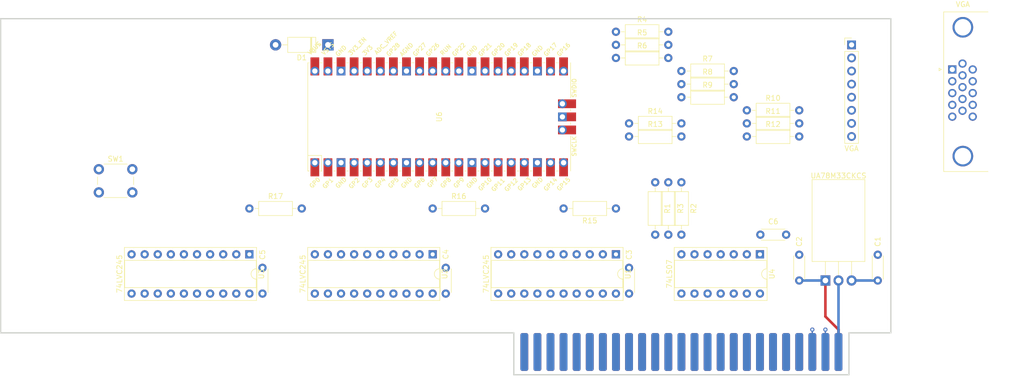
<source format=kicad_pcb>
(kicad_pcb (version 20211014) (generator pcbnew)
  (title_block (title "Apple II VGA Card") (date "2021-12-13") (rev "A") (comment 1 "Licensed under CERN-OHL-P V2.0 (https://ohwr.org/cern_ohl_p_v2.txt)") (comment 2 "Copyright (c) 2021-2022 Mark Aikens"))
  (layers (0 "F.Cu" signal) (31 "B.Cu" signal) (35 "F.Paste" user) (37 "F.SilkS" user "F.Silkscreen") (38 "B.Mask" user) (39 "F.Mask" user) (44 "Edge.Cuts" user))
  (net 0 "")
  (net 1 "+5V")
  (net 2 "GND")
  (net 3 "+3.3V")
  (net 4 "~{DMAPASS}")
  (net 5 "~{INTPASS}")
  (net 6 "Net-(R2-Pad2)")
  (net 7 "/DA0")
  (net 8 "/DA1")
  (net 9 "/DA2")
  (net 10 "/DA3")
  (net 11 "/DA4")
  (net 12 "/DA5")
  (net 13 "/DA6")
  (net 14 "/DA7")
  (net 15 "Net-(U3-Pad1)")
  (net 22 "PHI0")
  (net 23 "R~{W}")
  (net 24 "VGA_VSYNC")
  (net 25 "VGA_HSYNC")
  (net 26 "VGA_B")
  (net 27 "VGA_G")
  (net 28 "VGA_R")
  (net 29 "Net-(R4-Pad1)")
  (net 30 "Net-(R5-Pad1)")
  (net 31 "Net-(R6-Pad1)")
  (net 32 "Net-(R7-Pad1)")
  (net 33 "Net-(R8-Pad1)")
  (net 34 "Net-(R9-Pad1)")
  (net 35 "Net-(R10-Pad1)")
  (net 36 "Net-(R11-Pad1)")
  (net 37 "Net-(R12-Pad1)")
  (net 38 "Net-(R13-Pad1)")
  (net 39 "RUN")
  (net 40 "Net-(D1-Pad1)")
  (net 41 "D0")
  (net 42 "D1")
  (net 43 "D2")
  (net 44 "D3")
  (net 45 "D4")
  (net 46 "D5")
  (net 47 "D6")
  (net 48 "D7")
  (net 49 "A15")
  (net 50 "A14")
  (net 51 "A13")
  (net 52 "A12")
  (net 53 "A11")
  (net 54 "A10")
  (net 55 "A9")
  (net 56 "A8")
  (net 57 "A7")
  (net 58 "A6")
  (net 59 "A5")
  (net 60 "A4")
  (net 61 "A3")
  (net 62 "A2")
  (net 63 "A1")
  (net 64 "A0")
  (net 65 "~{DEVSEL}")
  (net 66 "Net-(R14-Pad1)")
  (net 67 "Net-(R1-Pad2)")
  (net 68 "Net-(R3-Pad2)")
  (net 69 "Net-(R15-Pad2)")
  (net 70 "Net-(R16-Pad2)")
  (net 71 "Net-(R17-Pad2)")
  (footprint "AppleVGA:AppleIIBus_Edge" (layer "F.Cu") (at 179.07 123.19)
    (fp_text reference "J1")
    (fp_text value "AppleIIBus")
    (pad "1" smd roundrect locked (at -30.48 -0.1 180) (size 1.524 7.34) (layers "F.Cu" "F.Mask"))
    (pad "2" smd roundrect locked (at -27.94 -0.1 180) (size 1.524 7.34) (layers "F.Cu" "F.Mask") (net 64 "A0"))
    (pad "3" smd roundrect locked (at -25.4 -0.1 180) (size 1.524 7.34) (layers "F.Cu" "F.Mask") (net 63 "A1"))
    (pad "4" smd roundrect locked (at -22.86 -0.1 180) (size 1.524 7.34) (layers "F.Cu" "F.Mask") (net 62 "A2"))
    (pad "5" smd roundrect locked (at -20.32 -0.1 180) (size 1.524 7.34) (layers "F.Cu" "F.Mask") (net 61 "A3"))
    (pad "6" smd roundrect locked (at -17.78 -0.1 180) (size 1.524 7.34) (layers "F.Cu" "F.Mask") (net 60 "A4"))
    (pad "7" smd roundrect locked (at -15.24 -0.1 180) (size 1.524 7.34) (layers "F.Cu" "F.Mask") (net 59 "A5"))
    (pad "8" smd roundrect locked (at -12.7 -0.1 180) (size 1.524 7.34) (layers "F.Cu" "F.Mask") (net 58 "A6"))
    (pad "9" smd roundrect locked (at -10.16 -0.1 180) (size 1.524 7.34) (layers "F.Cu" "F.Mask") (net 57 "A7"))
    (pad "10" smd roundrect locked (at -7.62 -0.1 180) (size 1.524 7.34) (layers "F.Cu" "F.Mask") (net 56 "A8"))
    (pad "11" smd roundrect locked (at -5.08 -0.1 180) (size 1.524 7.34) (layers "F.Cu" "F.Mask") (net 55 "A9"))
    (pad "12" smd roundrect locked (at -2.54 -0.1 180) (size 1.524 7.34) (layers "F.Cu" "F.Mask") (net 54 "A10"))
    (pad "13" smd roundrect locked (at 0 -0.1 180) (size 1.524 7.34) (layers "F.Cu" "F.Mask") (net 53 "A11"))
    (pad "14" smd roundrect locked (at 2.54 -0.1 180) (size 1.524 7.34) (layers "F.Cu" "F.Mask") (net 52 "A12"))
    (pad "15" smd roundrect locked (at 5.08 -0.1 180) (size 1.524 7.34) (layers "F.Cu" "F.Mask") (net 51 "A13"))
    (pad "16" smd roundrect locked (at 7.62 -0.1 180) (size 1.524 7.34) (layers "F.Cu" "F.Mask") (net 50 "A14"))
    (pad "17" smd roundrect locked (at 10.16 -0.1 180) (size 1.524 7.34) (layers "F.Cu" "F.Mask") (net 49 "A15"))
    (pad "18" smd roundrect locked (at 12.7 -0.1 180) (size 1.524 7.34) (layers "F.Cu" "F.Mask") (net 23 "R~{W}"))
    (pad "19" smd roundrect locked (at 15.24 -0.1 180) (size 1.524 7.34) (layers "F.Cu" "F.Mask"))
    (pad "20" smd roundrect locked (at 17.78 -0.1 180) (size 1.524 7.34) (layers "F.Cu" "F.Mask"))
    (pad "21" smd roundrect locked (at 20.32 -0.1 180) (size 1.524 7.34) (layers "F.Cu" "F.Mask"))
    (pad "22" smd roundrect locked (at 22.86 -0.1 180) (size 1.524 7.34) (layers "F.Cu" "F.Mask"))
    (pad "23" smd roundrect locked (at 25.4 -0.1 180) (size 1.524 7.34) (layers "F.Cu" "F.Mask") (net 5 "~{INTPASS}"))
    (pad "24" smd roundrect locked (at 27.94 -0.1 180) (size 1.524 7.34) (layers "F.Cu" "F.Mask") (net 4 "~{DMAPASS}"))
    (pad "25" smd roundrect locked (at 30.48 -0.1 180) (size 1.524 7.34) (layers "F.Cu" "F.Mask") (net 1 "+5V"))
    (pad "26" smd roundrect locked (at 30.48 -0.1 180) (size 1.524 7.34) (layers "B.Cu" "B.Mask") (net 2 "GND"))
    (pad "27" smd roundrect locked (at 27.94 -0.1 180) (size 1.524 7.34) (layers "B.Cu" "B.Mask") (net 4 "~{DMAPASS}"))
    (pad "28" smd roundrect locked (at 25.4 -0.1 180) (size 1.524 7.34) (layers "B.Cu" "B.Mask") (net 5 "~{INTPASS}"))
    (pad "29" smd roundrect locked (at 22.86 -0.1 180) (size 1.524 7.34) (layers "B.Cu" "B.Mask"))
    (pad "30" smd roundrect locked (at 20.32 -0.1 180) (size 1.524 7.34) (layers "B.Cu" "B.Mask"))
    (pad "31" smd roundrect locked (at 17.78 -0.1 180) (size 1.524 7.34) (layers "B.Cu" "B.Mask"))
    (pad "32" smd roundrect locked (at 15.24 -0.1 180) (size 1.524 7.34) (layers "B.Cu" "B.Mask"))
    (pad "33" smd roundrect locked (at 12.7 -0.1 180) (size 1.524 7.34) (layers "B.Cu" "B.Mask"))
    (pad "34" smd roundrect locked (at 10.16 -0.1 180) (size 1.524 7.34) (layers "B.Cu" "B.Mask"))
    (pad "35" smd roundrect locked (at 7.62 -0.1 180) (size 1.524 7.34) (layers "B.Cu" "B.Mask"))
    (pad "36" smd roundrect locked (at 5.08 -0.1 180) (size 1.524 7.34) (layers "B.Cu" "B.Mask"))
    (pad "37" smd roundrect locked (at 2.54 -0.1 180) (size 1.524 7.34) (layers "B.Cu" "B.Mask"))
    (pad "38" smd roundrect locked (at 0 -0.1 180) (size 1.524 7.34) (layers "B.Cu" "B.Mask"))
    (pad "39" smd roundrect locked (at -2.54 -0.1 180) (size 1.524 7.34) (layers "B.Cu" "B.Mask"))
    (pad "40" smd roundrect locked (at -5.08 -0.1 180) (size 1.524 7.34) (layers "B.Cu" "B.Mask") (net 22 "PHI0"))
    (pad "41" smd roundrect locked (at -7.62 -0.1 180) (size 1.524 7.34) (layers "B.Cu" "B.Mask") (net 65 "~{DEVSEL}"))
    (pad "42" smd roundrect locked (at -10.16 -0.1 180) (size 1.524 7.34) (layers "B.Cu" "B.Mask") (net 48 "D7"))
    (pad "43" smd roundrect locked (at -12.7 -0.1 180) (size 1.524 7.34) (layers "B.Cu" "B.Mask") (net 47 "D6"))
    (pad "44" smd roundrect locked (at -15.24 -0.1 180) (size 1.524 7.34) (layers "B.Cu" "B.Mask") (net 46 "D5"))
    (pad "45" smd roundrect locked (at -17.78 -0.1 180) (size 1.524 7.34) (layers "B.Cu" "B.Mask") (net 45 "D4"))
    (pad "46" smd roundrect locked (at -20.32 -0.1 180) (size 1.524 7.34) (layers "B.Cu" "B.Mask") (net 44 "D3"))
    (pad "47" smd roundrect locked (at -22.86 -0.1 180) (size 1.524 7.34) (layers "B.Cu" "B.Mask") (net 43 "D2"))
    (pad "48" smd roundrect locked (at -25.4 -0.1 180) (size 1.524 7.34) (layers "B.Cu" "B.Mask") (net 42 "D1"))
    (pad "49" smd roundrect locked (at -27.94 -0.1 180) (size 1.524 7.34) (layers "B.Cu" "B.Mask") (net 41 "D0"))
    (pad "50" smd roundrect locked (at -30.48 -0.1 180) (size 1.524 7.34) (layers "B.Cu" "B.Mask"))
  )
  (footprint "Resistor_THT:R_Axial_DIN0207_L6.3mm_D2.5mm_P10.16mm_Horizontal" (layer "F.Cu") (at 179.07 90.17 -90)
    (fp_text reference "R2" (at 5.08 -2.37 90) (layer "F.SilkS"))
    (fp_text value "330")
    (pad "1" thru_hole circle locked (at 0 0 270) (size 1.6 1.6) (drill 0.8) (layers *.Cu *.Mask) (net 3 "+3.3V"))
    (pad "2" thru_hole oval locked (at 10.16 0 270) (size 1.6 1.6) (drill 0.8) (layers *.Cu *.Mask) (net 6 "Net-(R2-Pad2)"))
  )
  (footprint "Resistor_THT:R_Axial_DIN0207_L6.3mm_D2.5mm_P10.16mm_Horizontal" (layer "F.Cu") (at 173.99 90.17 -90)
    (fp_text reference "R1" (at 5.08 -2.37 90) (layer "F.SilkS"))
    (fp_text value "330")
    (pad "1" thru_hole circle locked (at 0 0 270) (size 1.6 1.6) (drill 0.8) (layers *.Cu *.Mask) (net 3 "+3.3V"))
    (pad "2" thru_hole oval locked (at 10.16 0 270) (size 1.6 1.6) (drill 0.8) (layers *.Cu *.Mask) (net 67 "Net-(R1-Pad2)"))
  )
  (footprint "Resistor_THT:R_Axial_DIN0207_L6.3mm_D2.5mm_P10.16mm_Horizontal" (layer "F.Cu") (at 166.37 66.04)
    (fp_text reference "R6" (at 5.08 -2.37) (layer "F.SilkS"))
    (fp_text value "2K")
    (pad "1" thru_hole circle locked (at 0 0) (size 1.6 1.6) (drill 0.8) (layers *.Cu *.Mask) (net 31 "Net-(R6-Pad1)"))
    (pad "2" thru_hole oval locked (at 10.16 0) (size 1.6 1.6) (drill 0.8) (layers *.Cu *.Mask) (net 28 "VGA_R"))
  )
  (footprint "Resistor_THT:R_Axial_DIN0207_L6.3mm_D2.5mm_P10.16mm_Horizontal" (layer "F.Cu") (at 179.07 68.58)
    (fp_text reference "R7" (at 5.08 -2.37) (layer "F.SilkS"))
    (fp_text value "500")
    (pad "1" thru_hole circle locked (at 0 0) (size 1.6 1.6) (drill 0.8) (layers *.Cu *.Mask) (net 32 "Net-(R7-Pad1)"))
    (pad "2" thru_hole oval locked (at 10.16 0) (size 1.6 1.6) (drill 0.8) (layers *.Cu *.Mask) (net 27 "VGA_G"))
  )
  (footprint "Resistor_THT:R_Axial_DIN0207_L6.3mm_D2.5mm_P10.16mm_Horizontal" (layer "F.Cu") (at 168.91 78.74)
    (fp_text reference "R14" (at 5.08 -2.37) (layer "F.SilkS"))
    (fp_text value "47")
    (pad "1" thru_hole circle locked (at 0 0) (size 1.6 1.6) (drill 0.8) (layers *.Cu *.Mask) (net 66 "Net-(R14-Pad1)"))
    (pad "2" thru_hole oval locked (at 10.16 0) (size 1.6 1.6) (drill 0.8) (layers *.Cu *.Mask) (net 24 "VGA_VSYNC"))
  )
  (footprint "Resistor_THT:R_Axial_DIN0207_L6.3mm_D2.5mm_P10.16mm_Horizontal" (layer "F.Cu") (at 168.91 81.28)
    (fp_text reference "R13" (at 5.08 -2.37) (layer "F.SilkS"))
    (fp_text value "47")
    (pad "1" thru_hole circle locked (at 0 0) (size 1.6 1.6) (drill 0.8) (layers *.Cu *.Mask) (net 38 "Net-(R13-Pad1)"))
    (pad "2" thru_hole oval locked (at 10.16 0) (size 1.6 1.6) (drill 0.8) (layers *.Cu *.Mask) (net 25 "VGA_HSYNC"))
  )
  (footprint "Capacitor_THT:C_Disc_D4.3mm_W1.9mm_P5.00mm" (layer "F.Cu") (at 201.93 104.22 -90)
    (fp_text reference "C2" (at -2.54 0 90) (layer "F.SilkS"))
    (fp_text value "0.33uF")
    (pad "1" thru_hole circle locked (at 0 0 270) (size 1.6 1.6) (drill 0.8) (layers *.Cu *.Mask) (net 2 "GND"))
    (pad "2" thru_hole circle locked (at 5 0 270) (size 1.6 1.6) (drill 0.8) (layers *.Cu *.Mask) (net 1 "+5V"))
  )
  (footprint "Capacitor_THT:C_Disc_D4.3mm_W1.9mm_P5.00mm" (layer "F.Cu") (at 199.39 100.33 180)
    (fp_text reference "C6" (at 2.5 2.54) (layer "F.SilkS"))
    (fp_text value "0.1uF")
    (pad "1" thru_hole circle locked (at 0 0 180) (size 1.6 1.6) (drill 0.8) (layers *.Cu *.Mask) (net 1 "+5V"))
    (pad "2" thru_hole circle locked (at 5 0 180) (size 1.6 1.6) (drill 0.8) (layers *.Cu *.Mask) (net 2 "GND"))
  )
  (footprint "Resistor_THT:R_Axial_DIN0207_L6.3mm_D2.5mm_P10.16mm_Horizontal" (layer "F.Cu") (at 191.77 78.74)
    (fp_text reference "R11" (at 5.08 -2.37) (layer "F.SilkS"))
    (fp_text value "1K")
    (pad "1" thru_hole circle locked (at 0 0) (size 1.6 1.6) (drill 0.8) (layers *.Cu *.Mask) (net 36 "Net-(R11-Pad1)"))
    (pad "2" thru_hole oval locked (at 10.16 0) (size 1.6 1.6) (drill 0.8) (layers *.Cu *.Mask) (net 26 "VGA_B"))
  )
  (footprint "Resistor_THT:R_Axial_DIN0207_L6.3mm_D2.5mm_P10.16mm_Horizontal" (layer "F.Cu") (at 191.77 81.28)
    (fp_text reference "R12" (at 5.08 -2.37) (layer "F.SilkS"))
    (fp_text value "2K")
    (pad "1" thru_hole circle locked (at 0 0) (size 1.6 1.6) (drill 0.8) (layers *.Cu *.Mask) (net 37 "Net-(R12-Pad1)"))
    (pad "2" thru_hole oval locked (at 10.16 0) (size 1.6 1.6) (drill 0.8) (layers *.Cu *.Mask) (net 26 "VGA_B"))
  )
  (footprint "Resistor_THT:R_Axial_DIN0207_L6.3mm_D2.5mm_P10.16mm_Horizontal" (layer "F.Cu") (at 191.77 76.2)
    (fp_text reference "R10" (at 5.08 -2.37) (layer "F.SilkS"))
    (fp_text value "500")
    (pad "1" thru_hole circle locked (at 0 0) (size 1.6 1.6) (drill 0.8) (layers *.Cu *.Mask) (net 35 "Net-(R10-Pad1)"))
    (pad "2" thru_hole oval locked (at 10.16 0) (size 1.6 1.6) (drill 0.8) (layers *.Cu *.Mask) (net 26 "VGA_B"))
  )
  (footprint "Resistor_THT:R_Axial_DIN0207_L6.3mm_D2.5mm_P10.16mm_Horizontal" (layer "F.Cu") (at 179.07 71.12)
    (fp_text reference "R8" (at 5.08 -2.37) (layer "F.SilkS"))
    (fp_text value "1K")
    (pad "1" thru_hole circle locked (at 0 0) (size 1.6 1.6) (drill 0.8) (layers *.Cu *.Mask) (net 33 "Net-(R8-Pad1)"))
    (pad "2" thru_hole oval locked (at 10.16 0) (size 1.6 1.6) (drill 0.8) (layers *.Cu *.Mask) (net 27 "VGA_G"))
  )
  (footprint "Resistor_THT:R_Axial_DIN0207_L6.3mm_D2.5mm_P10.16mm_Horizontal" (layer "F.Cu") (at 179.07 73.66)
    (fp_text reference "R9" (at 5.08 -2.37) (layer "F.SilkS"))
    (fp_text value "2K")
    (pad "1" thru_hole circle locked (at 0 0) (size 1.6 1.6) (drill 0.8) (layers *.Cu *.Mask) (net 34 "Net-(R9-Pad1)"))
    (pad "2" thru_hole oval locked (at 10.16 0) (size 1.6 1.6) (drill 0.8) (layers *.Cu *.Mask) (net 27 "VGA_G"))
  )
  (footprint "MCU_RaspberryPi_and_Boards:RPi_Pico_SMD_TH" (layer "F.Cu") (at 132.08 77.47 90)
    (fp_text reference "U6" (at 0 0 90) (layer "F.SilkS"))
    (fp_text value "Pico")
    (fp_text user "GP9" (at -12.8 3.81 225) (layer "F.SilkS") (effects (font (size 0.8 0.8))))
    (fp_text user "GP18" (at 13.054 16.51 225) (layer "F.SilkS") (effects (font (size 0.8 0.8))))
    (fp_text user "GND" (at 12.8 -19.05 225) (layer "F.SilkS") (effects (font (size 0.8 0.8))))
    (fp_text user "ADC_VREF" (at 14.33 -10.32 225) (layer "F.SilkS") (effects (font (size 0.8 0.8))))
    (fp_text user "GP19" (at 13.054 13.97 225) (layer "F.SilkS") (effects (font (size 0.8 0.8))))
    (fp_text user "RUN" (at 13 1.27 225) (layer "F.SilkS") (effects (font (size 0.8 0.8))))
    (fp_text user "3V3_EN" (at 13.7 -15.875 225) (layer "F.SilkS") (effects (font (size 0.8 0.8))))
    (fp_text user "GP17" (at 13.054 21.59 225) (layer "F.SilkS") (effects (font (size 0.8 0.8))))
    (fp_text user "VBUS" (at 13.3 -24.2 225) (layer "F.SilkS") (effects (font (size 0.8 0.8))))
    (fp_text user "GP6" (at -12.8 -3.81 225) (layer "F.SilkS") (effects (font (size 0.8 0.8))))
    (fp_text user "GP12" (at -13.2 13.97 225) (layer "F.SilkS") (effects (font (size 0.8 0.8))))
    (fp_text user "GP28" (at 13.054 -8.94 225) (layer "F.SilkS") (effects (font (size 0.8 0.8))))
    (fp_text user "VSYS" (at 13.2 -21.59 225) (layer "F.SilkS") (effects (font (size 0.8 0.8))))
    (fp_text user "GND" (at 12.8 19.05 225) (layer "F.SilkS") (effects (font (size 0.8 0.8))))
    (fp_text user "GP20" (at 13.054 11.43 225) (layer "F.SilkS") (effects (font (size 0.8 0.8))))
    (fp_text user "GP27" (at 13.054 -3.8 225) (layer "F.SilkS") (effects (font (size 0.8 0.8))))
    (fp_text user "GP3" (at -12.8 -13.97 225) (layer "F.SilkS") (effects (font (size 0.8 0.8))))
    (fp_text user "SWCLK" (at -5.7 26.2 90) (layer "F.SilkS") (effects (font (size 0.8 0.8))))
    (fp_text user "GP15" (at -13.054 24.13 225) (layer "F.SilkS") (effects (font (size 0.8 0.8))))
    (fp_text user "GP4" (at -12.8 -11.43 225) (layer "F.SilkS") (effects (font (size 0.8 0.8))))
    (fp_text user "GP5" (at -12.8 -8.89 225) (layer "F.SilkS") (effects (font (size 0.8 0.8))))
    (fp_text user "GP13" (at -13.054 16.51 225) (layer "F.SilkS") (effects (font (size 0.8 0.8))))
    (fp_text user "GP11" (at -13.2 11.43 225) (layer "F.SilkS") (effects (font (size 0.8 0.8))))
    (fp_text user "AGND" (at 13.054 -6.35 225) (layer "F.SilkS") (effects (font (size 0.8 0.8))))
    (fp_text user "GP16" (at 13.054 24.13 225) (layer "F.SilkS") (effects (font (size 0.8 0.8))))
    (fp_text user "GP8" (at -12.8 1.27 225) (layer "F.SilkS") (effects (font (size 0.8 0.8))))
    (fp_text user "GP10" (at -13.054 8.89 225) (layer "F.SilkS") (effects (font (size 0.8 0.8))))
    (fp_text user "GP7" (at -12.7 -1.3 225) (layer "F.SilkS") (effects (font (size 0.8 0.8))))
    (fp_text user "GND" (at -12.8 -6.35 225) (layer "F.SilkS") (effects (font (size 0.8 0.8))))
    (fp_text user "GP1" (at -12.9 -21.6 225) (layer "F.SilkS") (effects (font (size 0.8 0.8))))
    (fp_text user "GP26" (at 13.054 -1.27 225) (layer "F.SilkS") (effects (font (size 0.8 0.8))))
    (fp_text user "GP0" (at -12.8 -24.13 225) (layer "F.SilkS") (effects (font (size 0.8 0.8))))
    (fp_text user "GND" (at -12.8 -19.05 225) (layer "F.SilkS") (effects (font (size 0.8 0.8))))
    (fp_text user "GND" (at -12.8 6.35 225) (layer "F.SilkS") (effects (font (size 0.8 0.8))))
    (fp_text user "GP22" (at 13.054 3.81 225) (layer "F.SilkS") (effects (font (size 0.8 0.8))))
    (fp_text user "SWDIO" (at 5.6 26.2 90) (layer "F.SilkS") (effects (font (size 0.8 0.8))))
    (fp_text user "GND" (at 12.8 6.35 225) (layer "F.SilkS") (effects (font (size 0.8 0.8))))
    (fp_text user "GP21" (at 13.054 8.9 225) (layer "F.SilkS") (effects (font (size 0.8 0.8))))
    (fp_text user "GND" (at -12.8 19.05 225) (layer "F.SilkS") (effects (font (size 0.8 0.8))))
    (fp_text user "GP2" (at -12.9 -16.51 225) (layer "F.SilkS") (effects (font (size 0.8 0.8))))
    (fp_text user "GP14" (at -13.1 21.59 225) (layer "F.SilkS") (effects (font (size 0.8 0.8))))
    (fp_text user "3V3" (at 12.9 -13.9 225) (layer "F.SilkS") (effects (font (size 0.8 0.8))))
    (pad "" np_thru_hole oval (at -2.725 -24 90) (size 1.8 1.8) (drill 1.8) (layers *.Cu *.Mask))
    (pad "" np_thru_hole oval (at -2.425 -20.97 90) (size 1.5 1.5) (drill 1.5) (layers *.Cu *.Mask))
    (pad "" np_thru_hole oval (at 2.425 -20.97 90) (size 1.5 1.5) (drill 1.5) (layers *.Cu *.Mask))
    (pad "" np_thru_hole oval (at 2.725 -24 90) (size 1.8 1.8) (drill 1.8) (layers *.Cu *.Mask))
    (pad "1" smd rect (at -8.89 -24.13 90) (size 3.5 1.7) (drill (offset -0.9 0)) (layers "F.Cu" "F.Mask") (net 7 "/DA0"))
    (pad "1" thru_hole oval (at -8.89 -24.13 90) (size 1.7 1.7) (drill 1.02) (layers *.Cu *.Mask) (net 7 "/DA0"))
    (pad "2" smd rect (at -8.89 -21.59 90) (size 3.5 1.7) (drill (offset -0.9 0)) (layers "F.Cu" "F.Mask") (net 8 "/DA1"))
    (pad "2" thru_hole oval (at -8.89 -21.59 90) (size 1.7 1.7) (drill 1.02) (layers *.Cu *.Mask) (net 8 "/DA1"))
    (pad "3" smd rect (at -8.89 -19.05 90) (size 3.5 1.7) (drill (offset -0.9 0)) (layers "F.Cu" "F.Mask") (net 2 "GND"))
    (pad "3" thru_hole rect (at -8.89 -19.05 90) (size 1.7 1.7) (drill 1.02) (layers *.Cu *.Mask) (net 2 "GND"))
    (pad "4" thru_hole oval (at -8.89 -16.51 90) (size 1.7 1.7) (drill 1.02) (layers *.Cu *.Mask) (net 9 "/DA2"))
    (pad "4" smd rect (at -8.89 -16.51 90) (size 3.5 1.7) (drill (offset -0.9 0)) (layers "F.Cu" "F.Mask") (net 9 "/DA2"))
    (pad "5" thru_hole oval (at -8.89 -13.97 90) (size 1.7 1.7) (drill 1.02) (layers *.Cu *.Mask) (net 10 "/DA3"))
    (pad "5" smd rect (at -8.89 -13.97 90) (size 3.5 1.7) (drill (offset -0.9 0)) (layers "F.Cu" "F.Mask") (net 10 "/DA3"))
    (pad "6" smd rect (at -8.89 -11.43 90) (size 3.5 1.7) (drill (offset -0.9 0)) (layers "F.Cu" "F.Mask") (net 11 "/DA4"))
    (pad "6" thru_hole oval (at -8.89 -11.43 90) (size 1.7 1.7) (drill 1.02) (layers *.Cu *.Mask) (net 11 "/DA4"))
    (pad "7" thru_hole oval (at -8.89 -8.89 90) (size 1.7 1.7) (drill 1.02) (layers *.Cu *.Mask) (net 12 "/DA5"))
    (pad "7" smd rect (at -8.89 -8.89 90) (size 3.5 1.7) (drill (offset -0.9 0)) (layers "F.Cu" "F.Mask") (net 12 "/DA5"))
    (pad "8" smd rect (at -8.89 -6.35 90) (size 3.5 1.7) (drill (offset -0.9 0)) (layers "F.Cu" "F.Mask") (net 2 "GND"))
    (pad "8" thru_hole rect (at -8.89 -6.35 90) (size 1.7 1.7) (drill 1.02) (layers *.Cu *.Mask) (net 2 "GND"))
    (pad "9" smd rect (at -8.89 -3.81 90) (size 3.5 1.7) (drill (offset -0.9 0)) (layers "F.Cu" "F.Mask") (net 13 "/DA6"))
    (pad "9" thru_hole oval (at -8.89 -3.81 90) (size 1.7 1.7) (drill 1.02) (layers *.Cu *.Mask) (net 13 "/DA6"))
    (pad "10" thru_hole oval (at -8.89 -1.27 90) (size 1.7 1.7) (drill 1.02) (layers *.Cu *.Mask) (net 14 "/DA7"))
    (pad "10" smd rect (at -8.89 -1.27 90) (size 3.5 1.7) (drill (offset -0.9 0)) (layers "F.Cu" "F.Mask") (net 14 "/DA7"))
    (pad "11" smd rect (at -8.89 1.27 90) (size 3.5 1.7) (drill (offset -0.9 0)) (layers "F.Cu" "F.Mask") (net 67 "Net-(R1-Pad2)"))
    (pad "11" thru_hole oval (at -8.89 1.27 90) (size 1.7 1.7) (drill 1.02) (layers *.Cu *.Mask) (net 67 "Net-(R1-Pad2)"))
    (pad "12" thru_hole oval (at -8.89 3.81 90) (size 1.7 1.7) (drill 1.02) (layers *.Cu *.Mask) (net 6 "Net-(R2-Pad2)"))
    (pad "12" smd rect (at -8.89 3.81 90) (size 3.5 1.7) (drill (offset -0.9 0)) (layers "F.Cu" "F.Mask") (net 6 "Net-(R2-Pad2)"))
    (pad "13" smd rect (at -8.89 6.35 90) (size 3.5 1.7) (drill (offset -0.9 0)) (layers "F.Cu" "F.Mask") (net 2 "GND"))
    (pad "13" thru_hole rect (at -8.89 6.35 90) (size 1.7 1.7) (drill 1.02) (layers *.Cu *.Mask) (net 2 "GND"))
    (pad "14" smd rect (at -8.89 8.89 90) (size 3.5 1.7) (drill (offset -0.9 0)) (layers "F.Cu" "F.Mask") (net 15 "Net-(U3-Pad1)"))
    (pad "14" thru_hole oval (at -8.89 8.89 90) (size 1.7 1.7) (drill 1.02) (layers *.Cu *.Mask) (net 15 "Net-(U3-Pad1)"))
    (pad "15" smd rect (at -8.89 11.43 90) (size 3.5 1.7) (drill (offset -0.9 0)) (layers "F.Cu" "F.Mask") (net 71 "Net-(R17-Pad2)"))
    (pad "15" thru_hole oval (at -8.89 11.43 90) (size 1.7 1.7) (drill 1.02) (layers *.Cu *.Mask) (net 71 "Net-(R17-Pad2)"))
    (pad "16" thru_hole oval (at -8.89 13.97 90) (size 1.7 1.7) (drill 1.02) (layers *.Cu *.Mask) (net 70 "Net-(R16-Pad2)"))
    (pad "16" smd rect (at -8.89 13.97 90) (size 3.5 1.7) (drill (offset -0.9 0)) (layers "F.Cu" "F.Mask") (net 70 "Net-(R16-Pad2)"))
    (pad "17" thru_hole oval (at -8.89 16.51 90) (size 1.7 1.7) (drill 1.02) (layers *.Cu *.Mask) (net 69 "Net-(R15-Pad2)"))
    (pad "17" smd rect (at -8.89 16.51 90) (size 3.5 1.7) (drill (offset -0.9 0)) (layers "F.Cu" "F.Mask") (net 69 "Net-(R15-Pad2)"))
    (pad "18" thru_hole rect (at -8.89 19.05 90) (size 1.7 1.7) (drill 1.02) (layers *.Cu *.Mask) (net 2 "GND"))
    (pad "18" smd rect (at -8.89 19.05 90) (size 3.5 1.7) (drill (offset -0.9 0)) (layers "F.Cu" "F.Mask") (net 2 "GND"))
    (pad "19" thru_hole oval (at -8.89 21.59 90) (size 1.7 1.7) (drill 1.02) (layers *.Cu *.Mask) (net 37 "Net-(R12-Pad1)"))
    (pad "19" smd rect (at -8.89 21.59 90) (size 3.5 1.7) (drill (offset -0.9 0)) (layers "F.Cu" "F.Mask") (net 37 "Net-(R12-Pad1)"))
    (pad "20" smd rect (at -8.89 24.13 90) (size 3.5 1.7) (drill (offset -0.9 0)) (layers "F.Cu" "F.Mask") (net 36 "Net-(R11-Pad1)"))
    (pad "20" thru_hole oval (at -8.89 24.13 90) (size 1.7 1.7) (drill 1.02) (layers *.Cu *.Mask) (net 36 "Net-(R11-Pad1)"))
    (pad "21" thru_hole oval (at 8.89 24.13 90) (size 1.7 1.7) (drill 1.02) (layers *.Cu *.Mask) (net 35 "Net-(R10-Pad1)"))
    (pad "21" smd rect (at 8.89 24.13 90) (size 3.5 1.7) (drill (offset 0.9 0)) (layers "F.Cu" "F.Mask") (net 35 "Net-(R10-Pad1)"))
    (pad "22" thru_hole oval (at 8.89 21.59 90) (size 1.7 1.7) (drill 1.02) (layers *.Cu *.Mask) (net 34 "Net-(R9-Pad1)"))
    (pad "22" smd rect (at 8.89 21.59 90) (size 3.5 1.7) (drill (offset 0.9 0)) (layers "F.Cu" "F.Mask") (net 34 "Net-(R9-Pad1)"))
    (pad "23" smd rect (at 8.89 19.05 90) (size 3.5 1.7) (drill (offset 0.9 0)) (layers "F.Cu" "F.Mask") (net 2 "GND"))
    (pad "23" thru_hole rect (at 8.89 19.05 90) (size 1.7 1.7) (drill 1.02) (layers *.Cu *.Mask) (net 2 "GND"))
    (pad "24" thru_hole oval (at 8.89 16.51 90) (size 1.7 1.7) (drill 1.02) (layers *.Cu *.Mask) (net 33 "Net-(R8-Pad1)"))
    (pad "24" smd rect (at 8.89 16.51 90) (size 3.5 1.7) (drill (offset 0.9 0)) (layers "F.Cu" "F.Mask") (net 33 "Net-(R8-Pad1)"))
    (pad "25" thru_hole oval (at 8.89 13.97 90) (size 1.7 1.7) (drill 1.02) (layers *.Cu *.Mask) (net 32 "Net-(R7-Pad1)"))
    (pad "25" smd rect (at 8.89 13.97 90) (size 3.5 1.7) (drill (offset 0.9 0)) (layers "F.Cu" "F.Mask") (net 32 "Net-(R7-Pad1)"))
    (pad "26" smd rect (at 8.89 11.43 90) (size 3.5 1.7) (drill (offset 0.9 0)) (layers "F.Cu" "F.Mask") (net 31 "Net-(R6-Pad1)"))
    (pad "26" thru_hole oval (at 8.89 11.43 90) (size 1.7 1.7) (drill 1.02) (layers *.Cu *.Mask) (net 31 "Net-(R6-Pad1)"))
    (pad "27" thru_hole oval (at 8.89 8.89 90) (size 1.7 1.7) (drill 1.02) (layers *.Cu *.Mask) (net 30 "Net-(R5-Pad1)"))
    (pad "27" smd rect (at 8.89 8.89 90) (size 3.5 1.7) (drill (offset 0.9 0)) (layers "F.Cu" "F.Mask") (net 30 "Net-(R5-Pad1)"))
    (pad "28" smd rect (at 8.89 6.35 90) (size 3.5 1.7) (drill (offset 0.9 0)) (layers "F.Cu" "F.Mask") (net 2 "GND"))
    (pad "28" thru_hole rect (at 8.89 6.35 90) (size 1.7 1.7) (drill 1.02) (layers *.Cu *.Mask) (net 2 "GND"))
    (pad "29" smd rect (at 8.89 3.81 90) (size 3.5 1.7) (drill (offset 0.9 0)) (layers "F.Cu" "F.Mask") (net 29 "Net-(R4-Pad1)"))
    (pad "29" thru_hole oval (at 8.89 3.81 90) (size 1.7 1.7) (drill 1.02) (layers *.Cu *.Mask) (net 29 "Net-(R4-Pad1)"))
    (pad "30" smd rect (at 8.89 1.27 90) (size 3.5 1.7) (drill (offset 0.9 0)) (layers "F.Cu" "F.Mask") (net 39 "RUN"))
    (pad "30" thru_hole oval (at 8.89 1.27 90) (size 1.7 1.7) (drill 1.02) (layers *.Cu *.Mask) (net 39 "RUN"))
    (pad "31" smd rect (at 8.89 -1.27 90) (size 3.5 1.7) (drill (offset 0.9 0)) (layers "F.Cu" "F.Mask") (net 68 "Net-(R3-Pad2)"))
    (pad "31" thru_hole oval (at 8.89 -1.27 90) (size 1.7 1.7) (drill 1.02) (layers *.Cu *.Mask) (net 68 "Net-(R3-Pad2)"))
    (pad "32" thru_hole oval (at 8.89 -3.81 90) (size 1.7 1.7) (drill 1.02) (layers *.Cu *.Mask) (net 66 "Net-(R14-Pad1)"))
    (pad "32" smd rect (at 8.89 -3.81 90) (size 3.5 1.7) (drill (offset 0.9 0)) (layers "F.Cu" "F.Mask") (net 66 "Net-(R14-Pad1)"))
    (pad "33" smd rect (at 8.89 -6.35 90) (size 3.5 1.7) (drill (offset 0.9 0)) (layers "F.Cu" "F.Mask") (net 2 "GND"))
    (pad "33" thru_hole rect (at 8.89 -6.35 90) (size 1.7 1.7) (drill 1.02) (layers *.Cu *.Mask) (net 2 "GND"))
    (pad "34" thru_hole oval (at 8.89 -8.89 90) (size 1.7 1.7) (drill 1.02) (layers *.Cu *.Mask) (net 38 "Net-(R13-Pad1)"))
    (pad "34" smd rect (at 8.89 -8.89 90) (size 3.5 1.7) (drill (offset 0.9 0)) (layers "F.Cu" "F.Mask") (net 38 "Net-(R13-Pad1)"))
    (pad "35" smd rect (at 8.89 -11.43 90) (size 3.5 1.7) (drill (offset 0.9 0)) (layers "F.Cu" "F.Mask"))
    (pad "35" thru_hole oval (at 8.89 -11.43 90) (size 1.7 1.7) (drill 1.02) (layers *.Cu *.Mask))
    (pad "36" smd rect (at 8.89 -13.97 90) (size 3.5 1.7) (drill (offset 0.9 0)) (layers "F.Cu" "F.Mask"))
    (pad "36" thru_hole oval (at 8.89 -13.97 90) (size 1.7 1.7) (drill 1.02) (layers *.Cu *.Mask))
    (pad "37" thru_hole oval (at 8.89 -16.51 90) (size 1.7 1.7) (drill 1.02) (layers *.Cu *.Mask))
    (pad "37" smd rect (at 8.89 -16.51 90) (size 3.5 1.7) (drill (offset 0.9 0)) (layers "F.Cu" "F.Mask"))
    (pad "38" smd rect (at 8.89 -19.05 90) (size 3.5 1.7) (drill (offset 0.9 0)) (layers "F.Cu" "F.Mask") (net 2 "GND"))
    (pad "38" thru_hole rect (at 8.89 -19.05 90) (size 1.7 1.7) (drill 1.02) (layers *.Cu *.Mask) (net 2 "GND"))
    (pad "39" thru_hole oval (at 8.89 -21.59 90) (size 1.7 1.7) (drill 1.02) (layers *.Cu *.Mask) (net 40 "Net-(D1-Pad1)"))
    (pad "39" smd rect (at 8.89 -21.59 90) (size 3.5 1.7) (drill (offset 0.9 0)) (layers "F.Cu" "F.Mask") (net 40 "Net-(D1-Pad1)"))
    (pad "40" thru_hole oval (at 8.89 -24.13 90) (size 1.7 1.7) (drill 1.02) (layers *.Cu *.Mask))
    (pad "40" smd rect (at 8.89 -24.13 90) (size 3.5 1.7) (drill (offset 0.9 0)) (layers "F.Cu" "F.Mask"))
    (pad "41" smd rect (at -2.54 23.9 180) (size 3.5 1.7) (drill (offset -0.9 0)) (layers "F.Cu" "F.Mask"))
    (pad "41" thru_hole oval (at -2.54 23.9 90) (size 1.7 1.7) (drill 1.02) (layers *.Cu *.Mask))
    (pad "42" smd rect (at 0 23.9 180) (size 3.5 1.7) (drill (offset -0.9 0)) (layers "F.Cu" "F.Mask") (net 2 "GND"))
    (pad "42" thru_hole rect (at 0 23.9 90) (size 1.7 1.7) (drill 1.02) (layers *.Cu *.Mask) (net 2 "GND"))
    (pad "43" smd rect (at 2.54 23.9 180) (size 3.5 1.7) (drill (offset -0.9 0)) (layers "F.Cu" "F.Mask"))
    (pad "43" thru_hole oval (at 2.54 23.9 90) (size 1.7 1.7) (drill 1.02) (layers *.Cu *.Mask))
  )
  (footprint "Diode_THT:D_DO-41_SOD81_P10.16mm_Horizontal" (layer "F.Cu") (at 110.49 63.5 180)
    (fp_text reference "D1" (at 5.08 -2.47) (layer "F.SilkS"))
    (fp_text value "D_Schottky")
    (pad "1" thru_hole rect locked (at 0 0 180) (size 2.2 2.2) (drill 1.1) (layers *.Cu *.Mask) (net 40 "Net-(D1-Pad1)"))
    (pad "2" thru_hole oval locked (at 10.16 0 180) (size 2.2 2.2) (drill 1.1) (layers *.Cu *.Mask) (net 3 "+3.3V"))
  )
  (footprint "Resistor_THT:R_Axial_DIN0207_L6.3mm_D2.5mm_P10.16mm_Horizontal" (layer "F.Cu") (at 176.53 90.17 -90)
    (fp_text reference "R3" (at 5.08 -2.37 90) (layer "F.SilkS"))
    (fp_text value "330")
    (pad "1" thru_hole circle locked (at 0 0 270) (size 1.6 1.6) (drill 0.8) (layers *.Cu *.Mask) (net 3 "+3.3V"))
    (pad "2" thru_hole oval locked (at 10.16 0 270) (size 1.6 1.6) (drill 0.8) (layers *.Cu *.Mask) (net 68 "Net-(R3-Pad2)"))
  )
  (footprint "Resistor_THT:R_Axial_DIN0207_L6.3mm_D2.5mm_P10.16mm_Horizontal" (layer "F.Cu") (at 166.37 95.25 180)
    (fp_text reference "R15" (at 5.08 -2.37) (layer "F.SilkS"))
    (fp_text value "10K")
    (pad "1" thru_hole circle locked (at 0 0 180) (size 1.6 1.6) (drill 0.8) (layers *.Cu *.Mask) (net 3 "+3.3V"))
    (pad "2" thru_hole oval locked (at 10.16 0 180) (size 1.6 1.6) (drill 0.8) (layers *.Cu *.Mask) (net 69 "Net-(R15-Pad2)"))
  )
  (footprint "Resistor_THT:R_Axial_DIN0207_L6.3mm_D2.5mm_P10.16mm_Horizontal" (layer "F.Cu") (at 130.81 95.25)
    (fp_text reference "R16" (at 5.08 -2.37) (layer "F.SilkS"))
    (fp_text value "10K")
    (pad "1" thru_hole circle locked (at 0 0) (size 1.6 1.6) (drill 0.8) (layers *.Cu *.Mask) (net 3 "+3.3V"))
    (pad "2" thru_hole oval locked (at 10.16 0) (size 1.6 1.6) (drill 0.8) (layers *.Cu *.Mask) (net 70 "Net-(R16-Pad2)"))
  )
  (footprint "Button_Switch_THT:SW_PUSH_6mm_H5mm" (layer "F.Cu") (at 66.04 87.63)
    (fp_text reference "SW1" (at 3.25 -2) (layer "F.SilkS"))
    (fp_text value "SW_Push")
    (pad "1" thru_hole circle locked (at 6.5 0 90) (size 2 2) (drill 1.1) (layers *.Cu *.Mask) (net 39 "RUN"))
    (pad "1" thru_hole circle locked (at 0 0 90) (size 2 2) (drill 1.1) (layers *.Cu *.Mask) (net 39 "RUN"))
    (pad "2" thru_hole circle locked (at 0 4.5 90) (size 2 2) (drill 1.1) (layers *.Cu *.Mask) (net 2 "GND"))
    (pad "2" thru_hole circle locked (at 6.5 4.5 90) (size 2 2) (drill 1.1) (layers *.Cu *.Mask) (net 2 "GND"))
  )
  (footprint "Package_DIP:DIP-20_W7.62mm_Socket" (layer "F.Cu") (at 166.37 104.14 -90)
    (fp_text reference "U1" (at 3.81 -2.33 90) (layer "F.SilkS"))
    (fp_text value "74LVC245" (at 3.81 25.19 90) (layer "F.SilkS"))
    (pad "1" thru_hole rect locked (at 0 0 270) (size 1.6 1.6) (drill 0.8) (layers *.Cu *.Mask) (net 2 "GND"))
    (pad "2" thru_hole oval locked (at 0 2.54 270) (size 1.6 1.6) (drill 0.8) (layers *.Cu *.Mask) (net 14 "/DA7"))
    (pad "3" thru_hole oval locked (at 0 5.08 270) (size 1.6 1.6) (drill 0.8) (layers *.Cu *.Mask) (net 13 "/DA6"))
    (pad "4" thru_hole oval locked (at 0 7.62 270) (size 1.6 1.6) (drill 0.8) (layers *.Cu *.Mask) (net 12 "/DA5"))
    (pad "5" thru_hole oval locked (at 0 10.16 270) (size 1.6 1.6) (drill 0.8) (layers *.Cu *.Mask) (net 11 "/DA4"))
    (pad "6" thru_hole oval locked (at 0 12.7 270) (size 1.6 1.6) (drill 0.8) (layers *.Cu *.Mask) (net 10 "/DA3"))
    (pad "7" thru_hole oval locked (at 0 15.24 270) (size 1.6 1.6) (drill 0.8) (layers *.Cu *.Mask) (net 9 "/DA2"))
    (pad "8" thru_hole oval locked (at 0 17.78 270) (size 1.6 1.6) (drill 0.8) (layers *.Cu *.Mask) (net 8 "/DA1"))
    (pad "9" thru_hole oval locked (at 0 20.32 270) (size 1.6 1.6) (drill 0.8) (layers *.Cu *.Mask) (net 7 "/DA0"))
    (pad "10" thru_hole oval locked (at 0 22.86 270) (size 1.6 1.6) (drill 0.8) (layers *.Cu *.Mask) (net 2 "GND"))
    (pad "11" thru_hole oval locked (at 7.62 22.86 270) (size 1.6 1.6) (drill 0.8) (layers *.Cu *.Mask) (net 56 "A8"))
    (pad "12" thru_hole oval locked (at 7.62 20.32 270) (size 1.6 1.6) (drill 0.8) (layers *.Cu *.Mask) (net 55 "A9"))
    (pad "13" thru_hole oval locked (at 7.62 17.78 270) (size 1.6 1.6) (drill 0.8) (layers *.Cu *.Mask) (net 54 "A10"))
    (pad "14" thru_hole oval locked (at 7.62 15.24 270) (size 1.6 1.6) (drill 0.8) (layers *.Cu *.Mask) (net 53 "A11"))
    (pad "15" thru_hole oval locked (at 7.62 12.7 270) (size 1.6 1.6) (drill 0.8) (layers *.Cu *.Mask) (net 52 "A12"))
    (pad "16" thru_hole oval locked (at 7.62 10.16 270) (size 1.6 1.6) (drill 0.8) (layers *.Cu *.Mask) (net 51 "A13"))
    (pad "17" thru_hole oval locked (at 7.62 7.62 270) (size 1.6 1.6) (drill 0.8) (layers *.Cu *.Mask) (net 50 "A14"))
    (pad "18" thru_hole oval locked (at 7.62 5.08 270) (size 1.6 1.6) (drill 0.8) (layers *.Cu *.Mask) (net 49 "A15"))
    (pad "19" thru_hole oval locked (at 7.62 2.54 270) (size 1.6 1.6) (drill 0.8) (layers *.Cu *.Mask) (net 69 "Net-(R15-Pad2)"))
    (pad "20" thru_hole oval locked (at 7.62 0 270) (size 1.6 1.6) (drill 0.8) (layers *.Cu *.Mask) (net 3 "+3.3V"))
  )
  (footprint "Package_DIP:DIP-20_W7.62mm_Socket" (layer "F.Cu") (at 95.25 104.14 -90)
    (fp_text reference "U3" (at 3.81 -2.33 90) (layer "F.SilkS"))
    (fp_text value "74LVC245" (at 3.81 25.19 90) (layer "F.SilkS"))
    (pad "1" thru_hole rect locked (at 0 0 270) (size 1.6 1.6) (drill 0.8) (layers *.Cu *.Mask) (net 15 "Net-(U3-Pad1)"))
    (pad "2" thru_hole oval locked (at 0 2.54 270) (size 1.6 1.6) (drill 0.8) (layers *.Cu *.Mask) (net 14 "/DA7"))
    (pad "3" thru_hole oval locked (at 0 5.08 270) (size 1.6 1.6) (drill 0.8) (layers *.Cu *.Mask) (net 13 "/DA6"))
    (pad "4" thru_hole oval locked (at 0 7.62 270) (size 1.6 1.6) (drill 0.8) (layers *.Cu *.Mask) (net 12 "/DA5"))
    (pad "5" thru_hole oval locked (at 0 10.16 270) (size 1.6 1.6) (drill 0.8) (layers *.Cu *.Mask) (net 11 "/DA4"))
    (pad "6" thru_hole oval locked (at 0 12.7 270) (size 1.6 1.6) (drill 0.8) (layers *.Cu *.Mask) (net 10 "/DA3"))
    (pad "7" thru_hole oval locked (at 0 15.24 270) (size 1.6 1.6) (drill 0.8) (layers *.Cu *.Mask) (net 9 "/DA2"))
    (pad "8" thru_hole oval locked (at 0 17.78 270) (size 1.6 1.6) (drill 0.8) (layers *.Cu *.Mask) (net 8 "/DA1"))
    (pad "9" thru_hole oval locked (at 0 20.32 270) (size 1.6 1.6) (drill 0.8) (layers *.Cu *.Mask) (net 7 "/DA0"))
    (pad "10" thru_hole oval locked (at 0 22.86 270) (size 1.6 1.6) (drill 0.8) (layers *.Cu *.Mask) (net 2 "GND"))
    (pad "11" thru_hole oval locked (at 7.62 22.86 270) (size 1.6 1.6) (drill 0.8) (layers *.Cu *.Mask) (net 41 "D0"))
    (pad "12" thru_hole oval locked (at 7.62 20.32 270) (size 1.6 1.6) (drill 0.8) (layers *.Cu *.Mask) (net 42 "D1"))
    (pad "13" thru_hole oval locked (at 7.62 17.78 270) (size 1.6 1.6) (drill 0.8) (layers *.Cu *.Mask) (net 43 "D2"))
    (pad "14" thru_hole oval locked (at 7.62 15.24 270) (size 1.6 1.6) (drill 0.8) (layers *.Cu *.Mask) (net 44 "D3"))
    (pad "15" thru_hole oval locked (at 7.62 12.7 270) (size 1.6 1.6) (drill 0.8) (layers *.Cu *.Mask) (net 45 "D4"))
    (pad "16" thru_hole oval locked (at 7.62 10.16 270) (size 1.6 1.6) (drill 0.8) (layers *.Cu *.Mask) (net 46 "D5"))
    (pad "17" thru_hole oval locked (at 7.62 7.62 270) (size 1.6 1.6) (drill 0.8) (layers *.Cu *.Mask) (net 47 "D6"))
    (pad "18" thru_hole oval locked (at 7.62 5.08 270) (size 1.6 1.6) (drill 0.8) (layers *.Cu *.Mask) (net 48 "D7"))
    (pad "19" thru_hole oval locked (at 7.62 2.54 270) (size 1.6 1.6) (drill 0.8) (layers *.Cu *.Mask) (net 71 "Net-(R17-Pad2)"))
    (pad "20" thru_hole oval locked (at 7.62 0 270) (size 1.6 1.6) (drill 0.8) (layers *.Cu *.Mask) (net 3 "+3.3V"))
  )
  (footprint "Package_DIP:DIP-20_W7.62mm_Socket" (layer "F.Cu") (at 130.81 104.14 -90)
    (fp_text reference "U2" (at 3.81 -2.33 90) (layer "F.SilkS"))
    (fp_text value "74LVC245" (at 3.81 25.19 90) (layer "F.SilkS"))
    (pad "1" thru_hole rect locked (at 0 0 270) (size 1.6 1.6) (drill 0.8) (layers *.Cu *.Mask) (net 2 "GND"))
    (pad "2" thru_hole oval locked (at 0 2.54 270) (size 1.6 1.6) (drill 0.8) (layers *.Cu *.Mask) (net 14 "/DA7"))
    (pad "3" thru_hole oval locked (at 0 5.08 270) (size 1.6 1.6) (drill 0.8) (layers *.Cu *.Mask) (net 13 "/DA6"))
    (pad "4" thru_hole oval locked (at 0 7.62 270) (size 1.6 1.6) (drill 0.8) (layers *.Cu *.Mask) (net 12 "/DA5"))
    (pad "5" thru_hole oval locked (at 0 10.16 270) (size 1.6 1.6) (drill 0.8) (layers *.Cu *.Mask) (net 11 "/DA4"))
    (pad "6" thru_hole oval locked (at 0 12.7 270) (size 1.6 1.6) (drill 0.8) (layers *.Cu *.Mask) (net 10 "/DA3"))
    (pad "7" thru_hole oval locked (at 0 15.24 270) (size 1.6 1.6) (drill 0.8) (layers *.Cu *.Mask) (net 9 "/DA2"))
    (pad "8" thru_hole oval locked (at 0 17.78 270) (size 1.6 1.6) (drill 0.8) (layers *.Cu *.Mask) (net 8 "/DA1"))
    (pad "9" thru_hole oval locked (at 0 20.32 270) (size 1.6 1.6) (drill 0.8) (layers *.Cu *.Mask) (net 7 "/DA0"))
    (pad "10" thru_hole oval locked (at 0 22.86 270) (size 1.6 1.6) (drill 0.8) (layers *.Cu *.Mask) (net 2 "GND"))
    (pad "11" thru_hole oval locked (at 7.62 22.86 270) (size 1.6 1.6) (drill 0.8) (layers *.Cu *.Mask) (net 64 "A0"))
    (pad "12" thru_hole oval locked (at 7.62 20.32 270) (size 1.6 1.6) (drill 0.8) (layers *.Cu *.Mask) (net 63 "A1"))
    (pad "13" thru_hole oval locked (at 7.62 17.78 270) (size 1.6 1.6) (drill 0.8) (layers *.Cu *.Mask) (net 62 "A2"))
    (pad "14" thru_hole oval locked (at 7.62 15.24 270) (size 1.6 1.6) (drill 0.8) (layers *.Cu *.Mask) (net 61 "A3"))
    (pad "15" thru_hole oval locked (at 7.62 12.7 270) (size 1.6 1.6) (drill 0.8) (layers *.Cu *.Mask) (net 60 "A4"))
    (pad "16" thru_hole oval locked (at 7.62 10.16 270) (size 1.6 1.6) (drill 0.8) (layers *.Cu *.Mask) (net 59 "A5"))
    (pad "17" thru_hole oval locked (at 7.62 7.62 270) (size 1.6 1.6) (drill 0.8) (layers *.Cu *.Mask) (net 58 "A6"))
    (pad "18" thru_hole oval locked (at 7.62 5.08 270) (size 1.6 1.6) (drill 0.8) (layers *.Cu *.Mask) (net 57 "A7"))
    (pad "19" thru_hole oval locked (at 7.62 2.54 270) (size 1.6 1.6) (drill 0.8) (layers *.Cu *.Mask) (net 70 "Net-(R16-Pad2)"))
    (pad "20" thru_hole oval locked (at 7.62 0 270) (size 1.6 1.6) (drill 0.8) (layers *.Cu *.Mask) (net 3 "+3.3V"))
  )
  (footprint "Package_DIP:DIP-14_W7.62mm_Socket" (layer "F.Cu") (at 194.31 104.14 -90)
    (fp_text reference "U4" (at 3.81 -2.33 90) (layer "F.SilkS"))
    (fp_text value "74LS07" (at 3.81 17.57 90) (layer "F.SilkS"))
    (pad "1" thru_hole rect locked (at 0 0 270) (size 1.6 1.6) (drill 0.8) (layers *.Cu *.Mask) (net 2 "GND"))
    (pad "2" thru_hole oval locked (at 0 2.54 270) (size 1.6 1.6) (drill 0.8) (layers *.Cu *.Mask))
    (pad "3" thru_hole oval locked (at 0 5.08 270) (size 1.6 1.6) (drill 0.8) (layers *.Cu *.Mask) (net 2 "GND"))
    (pad "4" thru_hole oval locked (at 0 7.62 270) (size 1.6 1.6) (drill 0.8) (layers *.Cu *.Mask))
    (pad "5" thru_hole oval locked (at 0 10.16 270) (size 1.6 1.6) (drill 0.8) (layers *.Cu *.Mask) (net 2 "GND"))
    (pad "6" thru_hole oval locked (at 0 12.7 270) (size 1.6 1.6) (drill 0.8) (layers *.Cu *.Mask))
    (pad "7" thru_hole oval locked (at 0 15.24 270) (size 1.6 1.6) (drill 0.8) (layers *.Cu *.Mask) (net 2 "GND"))
    (pad "8" thru_hole oval locked (at 7.62 15.24 270) (size 1.6 1.6) (drill 0.8) (layers *.Cu *.Mask) (net 67 "Net-(R1-Pad2)"))
    (pad "9" thru_hole oval locked (at 7.62 12.7 270) (size 1.6 1.6) (drill 0.8) (layers *.Cu *.Mask) (net 65 "~{DEVSEL}"))
    (pad "10" thru_hole oval locked (at 7.62 10.16 270) (size 1.6 1.6) (drill 0.8) (layers *.Cu *.Mask) (net 68 "Net-(R3-Pad2)"))
    (pad "11" thru_hole oval locked (at 7.62 7.62 270) (size 1.6 1.6) (drill 0.8) (layers *.Cu *.Mask) (net 22 "PHI0"))
    (pad "12" thru_hole oval locked (at 7.62 5.08 270) (size 1.6 1.6) (drill 0.8) (layers *.Cu *.Mask) (net 6 "Net-(R2-Pad2)"))
    (pad "13" thru_hole oval locked (at 7.62 2.54 270) (size 1.6 1.6) (drill 0.8) (layers *.Cu *.Mask) (net 23 "R~{W}"))
    (pad "14" thru_hole oval locked (at 7.62 0 270) (size 1.6 1.6) (drill 0.8) (layers *.Cu *.Mask) (net 1 "+5V"))
  )
  (footprint "Capacitor_THT:C_Disc_D4.3mm_W1.9mm_P5.00mm" (layer "F.Cu") (at 97.79 111.76 90)
    (fp_text reference "C5" (at 7.54 0 90) (layer "F.SilkS"))
    (fp_text value "0.1uF")
    (pad "1" thru_hole circle locked (at 0 0 90) (size 1.6 1.6) (drill 0.8) (layers *.Cu *.Mask) (net 3 "+3.3V"))
    (pad "2" thru_hole circle locked (at 5 0 90) (size 1.6 1.6) (drill 0.8) (layers *.Cu *.Mask) (net 2 "GND"))
  )
  (footprint "Capacitor_THT:C_Disc_D4.3mm_W1.9mm_P5.00mm" (layer "F.Cu") (at 133.35 111.76 90)
    (fp_text reference "C4" (at 7.62 0 90) (layer "F.SilkS"))
    (fp_text value "0.1uF")
    (pad "1" thru_hole circle locked (at 0 0 90) (size 1.6 1.6) (drill 0.8) (layers *.Cu *.Mask) (net 3 "+3.3V"))
    (pad "2" thru_hole circle locked (at 5 0 90) (size 1.6 1.6) (drill 0.8) (layers *.Cu *.Mask) (net 2 "GND"))
  )
  (footprint "Capacitor_THT:C_Disc_D4.3mm_W1.9mm_P5.00mm" (layer "F.Cu") (at 168.91 111.76 90)
    (fp_text reference "C3" (at 7.54 0 90) (layer "F.SilkS"))
    (fp_text value "0.1uF")
    (pad "1" thru_hole circle locked (at 0 0 90) (size 1.6 1.6) (drill 0.8) (layers *.Cu *.Mask) (net 3 "+3.3V"))
    (pad "2" thru_hole circle locked (at 5 0 90) (size 1.6 1.6) (drill 0.8) (layers *.Cu *.Mask) (net 2 "GND"))
  )
  (footprint "Resistor_THT:R_Axial_DIN0207_L6.3mm_D2.5mm_P10.16mm_Horizontal" (layer "F.Cu") (at 95.25 95.25)
    (fp_text reference "R17" (at 5.08 -2.37) (layer "F.SilkS"))
    (fp_text value "10K")
    (pad "1" thru_hole circle locked (at 0 0) (size 1.6 1.6) (drill 0.8) (layers *.Cu *.Mask) (net 3 "+3.3V"))
    (pad "2" thru_hole oval locked (at 10.16 0) (size 1.6 1.6) (drill 0.8) (layers *.Cu *.Mask) (net 71 "Net-(R17-Pad2)"))
  )
  (footprint "Package_TO_SOT_THT:TO-220-3_Horizontal_TabDown" (layer "F.Cu") (at 207.01 109.22)
    (fp_text reference "U5")
    (fp_text value "UA78M33CKCS" (at 2.54 -20.32) (layer "F.SilkS"))
    (pad "" np_thru_hole oval locked (at 2.54 -16.66) (size 3.5 3.5) (drill 3.5) (layers *.Cu *.Mask))
    (pad "1" thru_hole rect locked (at 0 0) (size 1.905 2) (drill 1.1) (layers *.Cu *.Mask) (net 1 "+5V"))
    (pad "2" thru_hole oval locked (at 2.54 0) (size 1.905 2) (drill 1.1) (layers *.Cu *.Mask) (net 2 "GND"))
    (pad "3" thru_hole oval locked (at 5.08 0) (size 1.905 2) (drill 1.1) (layers *.Cu *.Mask) (net 3 "+3.3V"))
  )
  (footprint "Capacitor_THT:C_Disc_D4.3mm_W1.9mm_P5.00mm" (layer "F.Cu") (at 217.17 109.22 90)
    (fp_text reference "C1" (at 7.54 0 90) (layer "F.SilkS"))
    (fp_text value "0.1uF")
    (pad "1" thru_hole circle locked (at 0 0 90) (size 1.6 1.6) (drill 0.8) (layers *.Cu *.Mask) (net 3 "+3.3V"))
    (pad "2" thru_hole circle locked (at 5 0 90) (size 1.6 1.6) (drill 0.8) (layers *.Cu *.Mask) (net 2 "GND"))
  )
  (footprint "Connector_PinHeader_2.54mm:PinHeader_1x08_P2.54mm_Vertical" (layer "F.Cu") (at 212.09 63.5)
    (fp_text reference "J2")
    (fp_text value "VGA" (at 0 20.11) (layer "F.SilkS"))
    (pad "1" thru_hole rect locked (at 0 0) (size 1.7 1.7) (drill 1) (layers *.Cu *.Mask) (net 28 "VGA_R"))
    (pad "2" thru_hole oval locked (at 0 2.54) (size 1.7 1.7) (drill 1) (layers *.Cu *.Mask) (net 2 "GND"))
    (pad "3" thru_hole oval locked (at 0 5.08) (size 1.7 1.7) (drill 1) (layers *.Cu *.Mask) (net 27 "VGA_G"))
    (pad "4" thru_hole oval locked (at 0 7.62) (size 1.7 1.7) (drill 1) (layers *.Cu *.Mask) (net 2 "GND"))
    (pad "5" thru_hole oval locked (at 0 10.16) (size 1.7 1.7) (drill 1) (layers *.Cu *.Mask) (net 26 "VGA_B"))
    (pad "6" thru_hole oval locked (at 0 12.7) (size 1.7 1.7) (drill 1) (layers *.Cu *.Mask) (net 2 "GND"))
    (pad "7" thru_hole oval locked (at 0 15.24) (size 1.7 1.7) (drill 1) (layers *.Cu *.Mask) (net 24 "VGA_VSYNC"))
    (pad "8" thru_hole oval locked (at 0 17.78) (size 1.7 1.7) (drill 1) (layers *.Cu *.Mask) (net 25 "VGA_HSYNC"))
  )
  (footprint "Connector_Dsub:DSUB-15-HD_Female_Horizontal_P2.29x1.98mm_EdgePinOffset3.03mm_Housed_MountingHolesOffset4.94mm" (layer "F.Cu") (at 231.63 68.275 90)
    (fp_text reference "J3")
    (fp_text value "VGA" (at 12.63 2.05 180) (layer "F.SilkS"))
    (pad "0" thru_hole circle locked (at -16.815 2.05 90) (size 4 4) (drill 3.2) (layers *.Cu *.Mask) (net 2 "GND"))
    (pad "0" thru_hole circle locked (at 8.185 2.05 90) (size 4 4) (drill 3.2) (layers *.Cu *.Mask) (net 2 "GND"))
    (pad "1" thru_hole rect locked (at 0 0 90) (size 1.6 1.6) (drill 1) (layers *.Cu *.Mask) (net 28 "VGA_R"))
    (pad "2" thru_hole circle locked (at -2.29 0 90) (size 1.6 1.6) (drill 1) (layers *.Cu *.Mask) (net 27 "VGA_G"))
    (pad "3" thru_hole circle locked (at -4.58 0 90) (size 1.6 1.6) (drill 1) (layers *.Cu *.Mask) (net 26 "VGA_B"))
    (pad "4" thru_hole circle locked (at -6.87 0 90) (size 1.6 1.6) (drill 1) (layers *.Cu *.Mask))
    (pad "5" thru_hole circle locked (at -9.16 0 90) (size 1.6 1.6) (drill 1) (layers *.Cu *.Mask) (net 2 "GND"))
    (pad "6" thru_hole circle locked (at 1.145 1.98 90) (size 1.6 1.6) (drill 1) (layers *.Cu *.Mask) (net 2 "GND"))
    (pad "7" thru_hole circle locked (at -1.145 1.98 90) (size 1.6 1.6) (drill 1) (layers *.Cu *.Mask) (net 2 "GND"))
    (pad "8" thru_hole circle locked (at -3.435 1.98 90) (size 1.6 1.6) (drill 1) (layers *.Cu *.Mask) (net 2 "GND"))
    (pad "9" thru_hole circle locked (at -5.725 1.98 90) (size 1.6 1.6) (drill 1) (layers *.Cu *.Mask))
    (pad "10" thru_hole circle locked (at -8.015 1.98 90) (size 1.6 1.6) (drill 1) (layers *.Cu *.Mask) (net 2 "GND"))
    (pad "11" thru_hole circle locked (at 0 3.96 90) (size 1.6 1.6) (drill 1) (layers *.Cu *.Mask))
    (pad "12" thru_hole circle locked (at -2.29 3.96 90) (size 1.6 1.6) (drill 1) (layers *.Cu *.Mask))
    (pad "13" thru_hole circle locked (at -4.58 3.96 90) (size 1.6 1.6) (drill 1) (layers *.Cu *.Mask) (net 25 "VGA_HSYNC"))
    (pad "14" thru_hole circle locked (at -6.87 3.96 90) (size 1.6 1.6) (drill 1) (layers *.Cu *.Mask) (net 24 "VGA_VSYNC"))
    (pad "15" thru_hole circle locked (at -9.16 3.96 90) (size 1.6 1.6) (drill 1) (layers *.Cu *.Mask))
  )
  (footprint "Resistor_THT:R_Axial_DIN0207_L6.3mm_D2.5mm_P10.16mm_Horizontal" (layer "F.Cu") (at 166.37 63.5)
    (fp_text reference "R5" (at 5.08 -2.37) (layer "F.SilkS"))
    (fp_text value "1K")
    (pad "1" thru_hole circle locked (at 0 0) (size 1.6 1.6) (drill 0.8) (layers *.Cu *.Mask) (net 30 "Net-(R5-Pad1)"))
    (pad "2" thru_hole oval locked (at 10.16 0) (size 1.6 1.6) (drill 0.8) (layers *.Cu *.Mask) (net 28 "VGA_R"))
  )
  (footprint "Resistor_THT:R_Axial_DIN0207_L6.3mm_D2.5mm_P10.16mm_Horizontal" (layer "F.Cu") (at 166.37 60.96)
    (fp_text reference "R4" (at 5.08 -2.37) (layer "F.SilkS"))
    (fp_text value "500")
    (pad "1" thru_hole circle locked (at 0 0) (size 1.6 1.6) (drill 0.8) (layers *.Cu *.Mask) (net 29 "Net-(R4-Pad1)"))
    (pad "2" thru_hole oval locked (at 10.16 0) (size 1.6 1.6) (drill 0.8) (layers *.Cu *.Mask) (net 28 "VGA_R"))
  )
  (gr_line (start 211.582 127.508) (end 211.582 119.38) (layer "Edge.Cuts") (width 0.254))
  (gr_line (start 219.71 119.38) (end 219.71 58.42) (layer "Edge.Cuts") (width 0.254))
  (gr_line (start 219.71 58.42) (end 46.99 58.42) (layer "Edge.Cuts") (width 0.254))
  (gr_line (start 146.558 127.508) (end 211.582 127.508) (layer "Edge.Cuts") (width 0.254))
  (gr_line (start 211.582 119.38) (end 219.71 119.38) (layer "Edge.Cuts") (width 0.254))
  (gr_line (start 46.99 119.38) (end 146.558 119.38) (layer "Edge.Cuts") (width 0.254))
  (gr_line (start 146.558 119.38) (end 146.558 127.508) (layer "Edge.Cuts") (width 0.254))
  (gr_line (start 46.99 58.42) (end 46.99 119.38) (layer "Edge.Cuts") (width 0.254))
  (segment (start 207.01 116.205) (end 209.55 118.745) (width 0.5) (layer "F.Cu") (net 1))
  (segment (start 207.01 109.22) (end 207.01 116.205) (width 0.5) (layer "F.Cu") (net 1))
  (segment (start 209.55 118.745) (end 209.55 123.09) (width 0.5) (layer "F.Cu") (net 1))
  (segment (start 201.93 109.22) (end 207.01 109.22) (width 0.5) (layer "B.Cu") (net 1))
  (segment (start 209.55 109.22) (end 209.55 123.09) (width 0.5) (layer "B.Cu") (net 2))
  (segment (start 212.09 109.22) (end 217.17 109.22) (width 0.5) (layer "B.Cu") (net 3))
  (segment (start 207.01 123.09) (end 207.01 118.745) (width 0.25) (layer "F.Cu") (net 4))
  (via (at 207.01 118.745) (size 0.8) (drill 0.4) (layers "F.Cu" "B.Cu") (net 4))
  (segment (start 207.01 123.09) (end 207.01 118.745) (width 0.25) (layer "B.Cu") (net 4))
  (segment (start 204.47 123.09) (end 204.47 118.745) (width 0.25) (layer "F.Cu") (net 5))
  (via (at 204.47 118.745) (size 0.8) (drill 0.4) (layers "F.Cu" "B.Cu") (net 5))
  (segment (start 204.47 123.09) (end 204.47 118.745) (width 0.25) (layer "B.Cu") (net 5))
)
</source>
